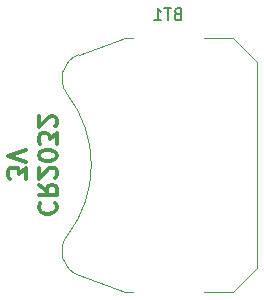
<source format=gbo>
G04 #@! TF.FileFunction,Legend,Bot*
%FSLAX46Y46*%
G04 Gerber Fmt 4.6, Leading zero omitted, Abs format (unit mm)*
G04 Created by KiCad (PCBNEW 4.0.7-e2-6376~58~ubuntu16.04.1) date Fri Nov 23 22:20:00 2018*
%MOMM*%
%LPD*%
G01*
G04 APERTURE LIST*
%ADD10C,0.100000*%
%ADD11C,0.304800*%
%ADD12C,0.150000*%
G04 APERTURE END LIST*
D10*
D11*
X4180114Y-18193144D02*
X4107543Y-18265715D01*
X4034971Y-18483429D01*
X4034971Y-18628572D01*
X4107543Y-18846287D01*
X4252686Y-18991429D01*
X4397829Y-19064001D01*
X4688114Y-19136572D01*
X4905829Y-19136572D01*
X5196114Y-19064001D01*
X5341257Y-18991429D01*
X5486400Y-18846287D01*
X5558971Y-18628572D01*
X5558971Y-18483429D01*
X5486400Y-18265715D01*
X5413829Y-18193144D01*
X4034971Y-16669144D02*
X4760686Y-17177144D01*
X4034971Y-17540001D02*
X5558971Y-17540001D01*
X5558971Y-16959429D01*
X5486400Y-16814287D01*
X5413829Y-16741715D01*
X5268686Y-16669144D01*
X5050971Y-16669144D01*
X4905829Y-16741715D01*
X4833257Y-16814287D01*
X4760686Y-16959429D01*
X4760686Y-17540001D01*
X5413829Y-16088572D02*
X5486400Y-16016001D01*
X5558971Y-15870858D01*
X5558971Y-15508001D01*
X5486400Y-15362858D01*
X5413829Y-15290287D01*
X5268686Y-15217715D01*
X5123543Y-15217715D01*
X4905829Y-15290287D01*
X4034971Y-16161144D01*
X4034971Y-15217715D01*
X5558971Y-14274286D02*
X5558971Y-14129143D01*
X5486400Y-13984000D01*
X5413829Y-13911429D01*
X5268686Y-13838858D01*
X4978400Y-13766286D01*
X4615543Y-13766286D01*
X4325257Y-13838858D01*
X4180114Y-13911429D01*
X4107543Y-13984000D01*
X4034971Y-14129143D01*
X4034971Y-14274286D01*
X4107543Y-14419429D01*
X4180114Y-14492000D01*
X4325257Y-14564572D01*
X4615543Y-14637143D01*
X4978400Y-14637143D01*
X5268686Y-14564572D01*
X5413829Y-14492000D01*
X5486400Y-14419429D01*
X5558971Y-14274286D01*
X5558971Y-13258286D02*
X5558971Y-12314857D01*
X4978400Y-12822857D01*
X4978400Y-12605143D01*
X4905829Y-12460000D01*
X4833257Y-12387429D01*
X4688114Y-12314857D01*
X4325257Y-12314857D01*
X4180114Y-12387429D01*
X4107543Y-12460000D01*
X4034971Y-12605143D01*
X4034971Y-13040571D01*
X4107543Y-13185714D01*
X4180114Y-13258286D01*
X5413829Y-11734285D02*
X5486400Y-11661714D01*
X5558971Y-11516571D01*
X5558971Y-11153714D01*
X5486400Y-11008571D01*
X5413829Y-10936000D01*
X5268686Y-10863428D01*
X5123543Y-10863428D01*
X4905829Y-10936000D01*
X4034971Y-11806857D01*
X4034971Y-10863428D01*
X2968171Y-16161143D02*
X2968171Y-15217714D01*
X2387600Y-15725714D01*
X2387600Y-15508000D01*
X2315029Y-15362857D01*
X2242457Y-15290286D01*
X2097314Y-15217714D01*
X1734457Y-15217714D01*
X1589314Y-15290286D01*
X1516743Y-15362857D01*
X1444171Y-15508000D01*
X1444171Y-15943428D01*
X1516743Y-16088571D01*
X1589314Y-16161143D01*
X2968171Y-14782285D02*
X1444171Y-14274285D01*
X2968171Y-13766285D01*
D10*
X6446464Y-21004601D02*
G75*
G03X6450000Y-9000000I-7806464J6004601D01*
G01*
X6433470Y-21003354D02*
G75*
G03X7420000Y-24340000I1716530J-1306646D01*
G01*
X11370000Y-25780000D02*
X7420000Y-24340000D01*
X22540000Y-23700000D02*
X20460000Y-25780000D01*
X22540000Y-6300000D02*
X22540000Y-23700000D01*
X22540000Y-6300000D02*
X20460000Y-4220000D01*
X11370000Y-4220000D02*
X7420000Y-5660000D01*
X7411831Y-5674756D02*
G75*
G03X6450000Y-9000000I738169J-2015244D01*
G01*
X20460000Y-25780000D02*
X18000000Y-25780000D01*
X12000000Y-25780000D02*
X11370000Y-25780000D01*
X20460000Y-4220000D02*
X18000000Y-4220000D01*
X12000000Y-4220000D02*
X11370000Y-4220000D01*
D12*
X15771714Y-2214571D02*
X15628857Y-2262190D01*
X15581238Y-2309810D01*
X15533619Y-2405048D01*
X15533619Y-2547905D01*
X15581238Y-2643143D01*
X15628857Y-2690762D01*
X15724095Y-2738381D01*
X16105048Y-2738381D01*
X16105048Y-1738381D01*
X15771714Y-1738381D01*
X15676476Y-1786000D01*
X15628857Y-1833619D01*
X15581238Y-1928857D01*
X15581238Y-2024095D01*
X15628857Y-2119333D01*
X15676476Y-2166952D01*
X15771714Y-2214571D01*
X16105048Y-2214571D01*
X15247905Y-1738381D02*
X14676476Y-1738381D01*
X14962191Y-2738381D02*
X14962191Y-1738381D01*
X13819333Y-2738381D02*
X14390762Y-2738381D01*
X14105048Y-2738381D02*
X14105048Y-1738381D01*
X14200286Y-1881238D01*
X14295524Y-1976476D01*
X14390762Y-2024095D01*
M02*

</source>
